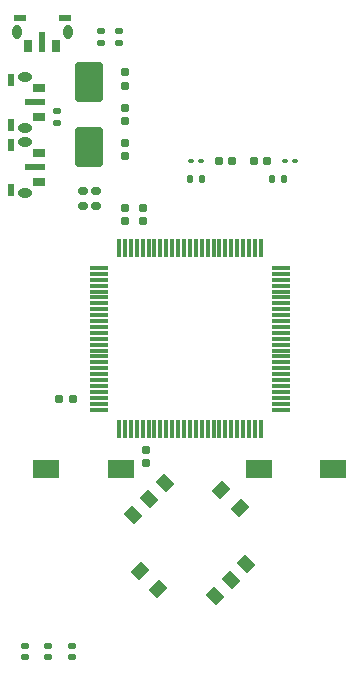
<source format=gtp>
%TF.GenerationSoftware,KiCad,Pcbnew,9.0.5*%
%TF.CreationDate,2025-10-29T14:00:37-04:00*%
%TF.ProjectId,MY-MP3,4d592d4d-5033-42e6-9b69-6361645f7063,rev?*%
%TF.SameCoordinates,Original*%
%TF.FileFunction,Paste,Top*%
%TF.FilePolarity,Positive*%
%FSLAX46Y46*%
G04 Gerber Fmt 4.6, Leading zero omitted, Abs format (unit mm)*
G04 Created by KiCad (PCBNEW 9.0.5) date 2025-10-29 14:00:37*
%MOMM*%
%LPD*%
G01*
G04 APERTURE LIST*
G04 Aperture macros list*
%AMRoundRect*
0 Rectangle with rounded corners*
0 $1 Rounding radius*
0 $2 $3 $4 $5 $6 $7 $8 $9 X,Y pos of 4 corners*
0 Add a 4 corners polygon primitive as box body*
4,1,4,$2,$3,$4,$5,$6,$7,$8,$9,$2,$3,0*
0 Add four circle primitives for the rounded corners*
1,1,$1+$1,$2,$3*
1,1,$1+$1,$4,$5*
1,1,$1+$1,$6,$7*
1,1,$1+$1,$8,$9*
0 Add four rect primitives between the rounded corners*
20,1,$1+$1,$2,$3,$4,$5,0*
20,1,$1+$1,$4,$5,$6,$7,0*
20,1,$1+$1,$6,$7,$8,$9,0*
20,1,$1+$1,$8,$9,$2,$3,0*%
%AMRotRect*
0 Rectangle, with rotation*
0 The origin of the aperture is its center*
0 $1 length*
0 $2 width*
0 $3 Rotation angle, in degrees counterclockwise*
0 Add horizontal line*
21,1,$1,$2,0,0,$3*%
G04 Aperture macros list end*
%ADD10RoundRect,0.135000X0.185000X-0.135000X0.185000X0.135000X-0.185000X0.135000X-0.185000X-0.135000X0*%
%ADD11RoundRect,0.155000X-0.212500X-0.155000X0.212500X-0.155000X0.212500X0.155000X-0.212500X0.155000X0*%
%ADD12RoundRect,0.155000X-0.155000X0.212500X-0.155000X-0.212500X0.155000X-0.212500X0.155000X0.212500X0*%
%ADD13R,2.300000X1.600000*%
%ADD14RoundRect,0.147500X-0.172500X0.147500X-0.172500X-0.147500X0.172500X-0.147500X0.172500X0.147500X0*%
%ADD15R,0.800000X1.090000*%
%ADD16R,0.600000X1.800000*%
%ADD17O,0.800000X1.200000*%
%ADD18R,1.100000X0.500000*%
%ADD19RoundRect,0.147500X0.172500X-0.147500X0.172500X0.147500X-0.172500X0.147500X-0.172500X-0.147500X0*%
%ADD20RoundRect,0.155000X0.155000X-0.212500X0.155000X0.212500X-0.155000X0.212500X-0.155000X-0.212500X0*%
%ADD21R,1.090000X0.800000*%
%ADD22R,1.800000X0.600000*%
%ADD23O,1.200000X0.800000*%
%ADD24R,0.500000X1.100000*%
%ADD25RoundRect,0.160000X0.222500X0.160000X-0.222500X0.160000X-0.222500X-0.160000X0.222500X-0.160000X0*%
%ADD26RoundRect,0.155000X0.212500X0.155000X-0.212500X0.155000X-0.212500X-0.155000X0.212500X-0.155000X0*%
%ADD27RoundRect,0.090000X-0.139000X-0.090000X0.139000X-0.090000X0.139000X0.090000X-0.139000X0.090000X0*%
%ADD28RoundRect,0.135000X-0.135000X-0.185000X0.135000X-0.185000X0.135000X0.185000X-0.135000X0.185000X0*%
%ADD29RoundRect,0.250001X0.949999X-1.412499X0.949999X1.412499X-0.949999X1.412499X-0.949999X-1.412499X0*%
%ADD30RotRect,1.000000X1.250000X135.000000*%
%ADD31RotRect,1.000000X1.250000X225.000000*%
%ADD32RotRect,1.000000X1.250000X315.000000*%
%ADD33RotRect,1.000000X1.250000X45.000000*%
%ADD34RoundRect,0.135000X0.135000X0.185000X-0.135000X0.185000X-0.135000X-0.185000X0.135000X-0.185000X0*%
%ADD35RoundRect,0.090000X0.139000X0.090000X-0.139000X0.090000X-0.139000X-0.090000X0.139000X-0.090000X0*%
%ADD36RoundRect,0.075000X0.075000X-0.725000X0.075000X0.725000X-0.075000X0.725000X-0.075000X-0.725000X0*%
%ADD37RoundRect,0.075000X0.725000X-0.075000X0.725000X0.075000X-0.725000X0.075000X-0.725000X-0.075000X0*%
G04 APERTURE END LIST*
D10*
%TO.C,R6*%
X139750000Y-74500000D03*
X139750000Y-73480000D03*
%TD*%
D11*
%TO.C,C8*%
X148182500Y-84500000D03*
X149317500Y-84500000D03*
%TD*%
D12*
%TO.C,C4*%
X140250000Y-82932500D03*
X140250000Y-84067500D03*
%TD*%
D13*
%TO.C,SW7*%
X139900000Y-110500000D03*
X133600000Y-110500000D03*
%TD*%
D14*
%TO.C,LED1*%
X133750000Y-125515000D03*
X133750000Y-126485000D03*
%TD*%
D13*
%TO.C,SW8*%
X151600000Y-110500000D03*
X157900000Y-110500000D03*
%TD*%
D15*
%TO.C,SW3*%
X132050000Y-74755000D03*
X134450000Y-74755000D03*
D16*
X133250000Y-74400000D03*
D17*
X131100000Y-73500000D03*
D18*
X131350000Y-72390000D03*
X135150000Y-72390000D03*
D17*
X135400000Y-73500000D03*
%TD*%
D19*
%TO.C,LED3*%
X135750000Y-126485000D03*
X135750000Y-125515000D03*
%TD*%
D10*
%TO.C,R5*%
X138250000Y-74510000D03*
X138250000Y-73490000D03*
%TD*%
D20*
%TO.C,C12*%
X140250000Y-89567500D03*
X140250000Y-88432500D03*
%TD*%
D19*
%TO.C,LED2*%
X131750000Y-126485000D03*
X131750000Y-125515000D03*
%TD*%
D21*
%TO.C,SW4*%
X133005000Y-80700000D03*
X133005000Y-78300000D03*
D22*
X132650000Y-79500000D03*
D23*
X131750000Y-81650000D03*
D24*
X130640000Y-81400000D03*
X130640000Y-77600000D03*
D23*
X131750000Y-77350000D03*
%TD*%
D21*
%TO.C,SW5*%
X133005000Y-86200000D03*
X133005000Y-83800000D03*
D22*
X132650000Y-85000000D03*
D23*
X131750000Y-87150000D03*
D24*
X130640000Y-86900000D03*
X130640000Y-83100000D03*
D23*
X131750000Y-82850000D03*
%TD*%
D25*
%TO.C,FB2*%
X137822500Y-88250000D03*
X136677500Y-88250000D03*
%TD*%
D20*
%TO.C,C19*%
X141750000Y-89567500D03*
X141750000Y-88432500D03*
%TD*%
%TO.C,C31*%
X142000000Y-110067500D03*
X142000000Y-108932500D03*
%TD*%
D25*
%TO.C,FB1*%
X137822500Y-87000000D03*
X136677500Y-87000000D03*
%TD*%
D26*
%TO.C,C7*%
X152317500Y-84500000D03*
X151182500Y-84500000D03*
%TD*%
D27*
%TO.C,R10*%
X145817500Y-84500000D03*
X146682500Y-84500000D03*
%TD*%
D28*
%TO.C,R8*%
X145740000Y-86000000D03*
X146760000Y-86000000D03*
%TD*%
D29*
%TO.C,Y1*%
X137250000Y-83262500D03*
X137250000Y-77737500D03*
%TD*%
D30*
%TO.C,SW6*%
X148419328Y-112275037D03*
X149974963Y-113830672D03*
D31*
X150540648Y-118603643D03*
X149197146Y-119947146D03*
X147853643Y-121290648D03*
D32*
X143080672Y-120724963D03*
X141525037Y-119169328D03*
D33*
X140959352Y-114396357D03*
X142302854Y-113052854D03*
X143646357Y-111709352D03*
%TD*%
D20*
%TO.C,C5*%
X140250000Y-78067500D03*
X140250000Y-76932500D03*
%TD*%
D34*
%TO.C,R7*%
X153760000Y-86000000D03*
X152740000Y-86000000D03*
%TD*%
D10*
%TO.C,R4*%
X134539985Y-81246265D03*
X134539985Y-80226265D03*
%TD*%
D26*
%TO.C,C18*%
X135817500Y-104600000D03*
X134682500Y-104600000D03*
%TD*%
D35*
%TO.C,R9*%
X154682500Y-84500000D03*
X153817500Y-84500000D03*
%TD*%
D36*
%TO.C,U1*%
X139750000Y-107185000D03*
X140250000Y-107185000D03*
X140750000Y-107185000D03*
X141250000Y-107185000D03*
X141750000Y-107185000D03*
X142250000Y-107185000D03*
X142750000Y-107185000D03*
X143250000Y-107185000D03*
X143750000Y-107185000D03*
X144250000Y-107185000D03*
X144750000Y-107185000D03*
X145250000Y-107185000D03*
X145750000Y-107185000D03*
X146250000Y-107185000D03*
X146750000Y-107185000D03*
X147250000Y-107185000D03*
X147750000Y-107185000D03*
X148250000Y-107185000D03*
X148750000Y-107185000D03*
X149250000Y-107185000D03*
X149750000Y-107185000D03*
X150250000Y-107185000D03*
X150750000Y-107185000D03*
X151250000Y-107185000D03*
X151750000Y-107185000D03*
D37*
X153425000Y-105510000D03*
X153425000Y-105010000D03*
X153425000Y-104510000D03*
X153425000Y-104010000D03*
X153425000Y-103510000D03*
X153425000Y-103010000D03*
X153425000Y-102510000D03*
X153425000Y-102010000D03*
X153425000Y-101510000D03*
X153425000Y-101010000D03*
X153425000Y-100510000D03*
X153425000Y-100010000D03*
X153425000Y-99510000D03*
X153425000Y-99010000D03*
X153425000Y-98510000D03*
X153425000Y-98010000D03*
X153425000Y-97510000D03*
X153425000Y-97010000D03*
X153425000Y-96510000D03*
X153425000Y-96010000D03*
X153425000Y-95510000D03*
X153425000Y-95010000D03*
X153425000Y-94510000D03*
X153425000Y-94010000D03*
X153425000Y-93510000D03*
D36*
X151750000Y-91835000D03*
X151250000Y-91835000D03*
X150750000Y-91835000D03*
X150250000Y-91835000D03*
X149750000Y-91835000D03*
X149250000Y-91835000D03*
X148750000Y-91835000D03*
X148250000Y-91835000D03*
X147750000Y-91835000D03*
X147250000Y-91835000D03*
X146750000Y-91835000D03*
X146250000Y-91835000D03*
X145750000Y-91835000D03*
X145250000Y-91835000D03*
X144750000Y-91835000D03*
X144250000Y-91835000D03*
X143750000Y-91835000D03*
X143250000Y-91835000D03*
X142750000Y-91835000D03*
X142250000Y-91835000D03*
X141750000Y-91835000D03*
X141250000Y-91835000D03*
X140750000Y-91835000D03*
X140250000Y-91835000D03*
X139750000Y-91835000D03*
D37*
X138075000Y-93510000D03*
X138075000Y-94010000D03*
X138075000Y-94510000D03*
X138075000Y-95010000D03*
X138075000Y-95510000D03*
X138075000Y-96010000D03*
X138075000Y-96510000D03*
X138075000Y-97010000D03*
X138075000Y-97510000D03*
X138075000Y-98010000D03*
X138075000Y-98510000D03*
X138075000Y-99010000D03*
X138075000Y-99510000D03*
X138075000Y-100010000D03*
X138075000Y-100510000D03*
X138075000Y-101010000D03*
X138075000Y-101510000D03*
X138075000Y-102010000D03*
X138075000Y-102510000D03*
X138075000Y-103010000D03*
X138075000Y-103510000D03*
X138075000Y-104010000D03*
X138075000Y-104510000D03*
X138075000Y-105010000D03*
X138075000Y-105510000D03*
%TD*%
D12*
%TO.C,C6*%
X140250000Y-79932500D03*
X140250000Y-81067500D03*
%TD*%
M02*

</source>
